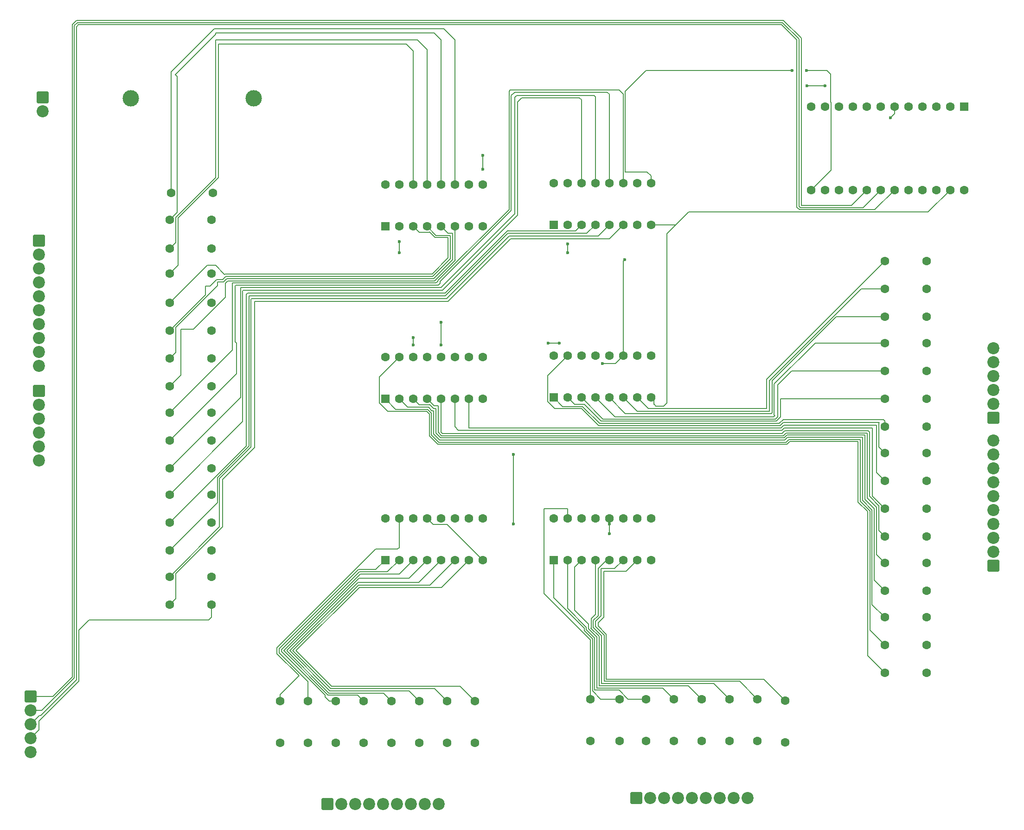
<source format=gbr>
%TF.GenerationSoftware,KiCad,Pcbnew,9.0.3*%
%TF.CreationDate,2025-09-10T19:37:44+02:00*%
%TF.ProjectId,expressionAndButtonsPCB,65787072-6573-4736-996f-6e416e644275,1.0.0*%
%TF.SameCoordinates,Original*%
%TF.FileFunction,Copper,L2,Bot*%
%TF.FilePolarity,Positive*%
%FSLAX46Y46*%
G04 Gerber Fmt 4.6, Leading zero omitted, Abs format (unit mm)*
G04 Created by KiCad (PCBNEW 9.0.3) date 2025-09-10 19:37:44*
%MOMM*%
%LPD*%
G01*
G04 APERTURE LIST*
G04 Aperture macros list*
%AMRoundRect*
0 Rectangle with rounded corners*
0 $1 Rounding radius*
0 $2 $3 $4 $5 $6 $7 $8 $9 X,Y pos of 4 corners*
0 Add a 4 corners polygon primitive as box body*
4,1,4,$2,$3,$4,$5,$6,$7,$8,$9,$2,$3,0*
0 Add four circle primitives for the rounded corners*
1,1,$1+$1,$2,$3*
1,1,$1+$1,$4,$5*
1,1,$1+$1,$6,$7*
1,1,$1+$1,$8,$9*
0 Add four rect primitives between the rounded corners*
20,1,$1+$1,$2,$3,$4,$5,0*
20,1,$1+$1,$4,$5,$6,$7,0*
20,1,$1+$1,$6,$7,$8,$9,0*
20,1,$1+$1,$8,$9,$2,$3,0*%
G04 Aperture macros list end*
%TA.AperFunction,ComponentPad*%
%ADD10C,3.000000*%
%TD*%
%TA.AperFunction,ComponentPad*%
%ADD11C,1.600000*%
%TD*%
%TA.AperFunction,ComponentPad*%
%ADD12RoundRect,0.250000X0.550000X-0.550000X0.550000X0.550000X-0.550000X0.550000X-0.550000X-0.550000X0*%
%TD*%
%TA.AperFunction,ComponentPad*%
%ADD13RoundRect,0.249999X0.850001X-0.850001X0.850001X0.850001X-0.850001X0.850001X-0.850001X-0.850001X0*%
%TD*%
%TA.AperFunction,ComponentPad*%
%ADD14C,2.200000*%
%TD*%
%TA.AperFunction,ComponentPad*%
%ADD15RoundRect,0.249999X-0.850001X-0.850001X0.850001X-0.850001X0.850001X0.850001X-0.850001X0.850001X0*%
%TD*%
%TA.AperFunction,ComponentPad*%
%ADD16R,1.600000X1.600000*%
%TD*%
%TA.AperFunction,ComponentPad*%
%ADD17RoundRect,0.249999X-0.850001X0.850001X-0.850001X-0.850001X0.850001X-0.850001X0.850001X0.850001X0*%
%TD*%
%TA.AperFunction,ViaPad*%
%ADD18C,0.600000*%
%TD*%
%TA.AperFunction,Conductor*%
%ADD19C,0.200000*%
%TD*%
G04 APERTURE END LIST*
D10*
%TO.P,F1,1*%
%TO.N,+5V*%
X56642000Y-41148000D03*
%TO.P,F1,2*%
%TO.N,Net-(Cresc1-VCC)*%
X79142000Y-41148000D03*
%TD*%
D11*
%TO.P,R10,1*%
%TO.N,Net-(IN2-D1)*%
X63754000Y-103632000D03*
%TO.P,R10,2*%
%TO.N,Net-(Cresc1-VCC)*%
X71374000Y-103632000D03*
%TD*%
%TO.P,R24,1*%
%TO.N,Net-(Cresc1-QH)*%
X194310000Y-110998000D03*
%TO.P,R24,2*%
%TO.N,Net-(J3-Pin_8)*%
X201930000Y-110998000D03*
%TD*%
D12*
%TO.P,Cresc2,1,QB*%
%TO.N,Net-(Cresc2-QB)*%
X133858000Y-95758000D03*
D11*
%TO.P,Cresc2,2,QC*%
%TO.N,Net-(Cresc2-QC)*%
X136398000Y-95758000D03*
%TO.P,Cresc2,3,QD*%
%TO.N,Net-(Cresc2-QD)*%
X138938000Y-95758000D03*
%TO.P,Cresc2,4,QE*%
%TO.N,Net-(Cresc2-QE)*%
X141478000Y-95758000D03*
%TO.P,Cresc2,5,QF*%
%TO.N,Net-(Cresc2-QF)*%
X144018000Y-95758000D03*
%TO.P,Cresc2,6,QG*%
%TO.N,Net-(Cresc2-QG)*%
X146558000Y-95758000D03*
%TO.P,Cresc2,7,QH*%
%TO.N,Net-(Cresc2-QH)*%
X149098000Y-95758000D03*
%TO.P,Cresc2,8,GND*%
%TO.N,GND*%
X151638000Y-95758000D03*
%TO.P,Cresc2,9,QH'*%
%TO.N,unconnected-(Cresc2-QH'-Pad9)*%
X151638000Y-88138000D03*
%TO.P,Cresc2,10,~{SRCLR}*%
%TO.N,Net-(Cresc1-VCC)*%
X149098000Y-88138000D03*
%TO.P,Cresc2,11,SRCLK*%
%TO.N,Net-(Cresc1-SRCLK)*%
X146558000Y-88138000D03*
%TO.P,Cresc2,12,RCLK*%
%TO.N,Net-(Cresc1-RCLK)*%
X144018000Y-88138000D03*
%TO.P,Cresc2,13,~{OE}*%
%TO.N,GND*%
X141478000Y-88138000D03*
%TO.P,Cresc2,14,SER*%
%TO.N,Net-(Cresc1-QH')*%
X138938000Y-88138000D03*
%TO.P,Cresc2,15,QA*%
%TO.N,Net-(Cresc2-QA)*%
X136398000Y-88138000D03*
%TO.P,Cresc2,16,VCC*%
%TO.N,Net-(Cresc1-VCC)*%
X133858000Y-88138000D03*
%TD*%
D13*
%TO.P,J7,1,Pin_1*%
%TO.N,Net-(J7-Pin_1)*%
X214175000Y-99525000D03*
D14*
%TO.P,J7,2,Pin_2*%
%TO.N,Net-(J7-Pin_2)*%
X214175000Y-96985000D03*
%TO.P,J7,3,Pin_3*%
%TO.N,Net-(J7-Pin_3)*%
X214175000Y-94445000D03*
%TO.P,J7,4,Pin_4*%
%TO.N,Net-(J7-Pin_4)*%
X214175000Y-91905000D03*
%TO.P,J7,5,Pin_5*%
%TO.N,Net-(J7-Pin_5)*%
X214175000Y-89365000D03*
%TO.P,J7,6,Pin_6*%
%TO.N,Net-(J7-Pin_6)*%
X214175000Y-86825000D03*
%TD*%
D13*
%TO.P,J3,1,Pin_1*%
%TO.N,Net-(J3-Pin_1)*%
X214175000Y-126510000D03*
D14*
%TO.P,J3,2,Pin_2*%
%TO.N,Net-(J3-Pin_2)*%
X214175000Y-123970000D03*
%TO.P,J3,3,Pin_3*%
%TO.N,Net-(J3-Pin_3)*%
X214175000Y-121430000D03*
%TO.P,J3,4,Pin_4*%
%TO.N,Net-(J3-Pin_4)*%
X214175000Y-118890000D03*
%TO.P,J3,5,Pin_5*%
%TO.N,Net-(J3-Pin_5)*%
X214175000Y-116350000D03*
%TO.P,J3,6,Pin_6*%
%TO.N,Net-(J3-Pin_6)*%
X214175000Y-113810000D03*
%TO.P,J3,7,Pin_7*%
%TO.N,Net-(J3-Pin_7)*%
X214175000Y-111270000D03*
%TO.P,J3,8,Pin_8*%
%TO.N,Net-(J3-Pin_8)*%
X214175000Y-108730000D03*
%TO.P,J3,9,Pin_9*%
%TO.N,Net-(J3-Pin_9)*%
X214175000Y-106190000D03*
%TO.P,J3,10,Pin_10*%
%TO.N,Net-(J3-Pin_10)*%
X214175000Y-103650000D03*
%TD*%
D11*
%TO.P,R15,1*%
%TO.N,Net-(IN2-D6)*%
X63754000Y-128524000D03*
%TO.P,R15,2*%
%TO.N,Net-(Cresc1-VCC)*%
X71374000Y-128524000D03*
%TD*%
%TO.P,R44,1*%
%TO.N,Net-(E2-QD)*%
X155820000Y-150865000D03*
%TO.P,R44,2*%
%TO.N,Net-(J5-Pin_4)*%
X155820000Y-158485000D03*
%TD*%
%TO.P,R34,1*%
%TO.N,Net-(E1-QB)*%
X89055000Y-151265000D03*
%TO.P,R34,2*%
%TO.N,Net-(J4-Pin_2)*%
X89055000Y-158885000D03*
%TD*%
D15*
%TO.P,J5,1,Pin_1*%
%TO.N,Net-(J5-Pin_1)*%
X148962000Y-168899000D03*
D14*
%TO.P,J5,2,Pin_2*%
%TO.N,Net-(J5-Pin_2)*%
X151502000Y-168899000D03*
%TO.P,J5,3,Pin_3*%
%TO.N,Net-(J5-Pin_3)*%
X154042000Y-168899000D03*
%TO.P,J5,4,Pin_4*%
%TO.N,Net-(J5-Pin_4)*%
X156582000Y-168899000D03*
%TO.P,J5,5,Pin_5*%
%TO.N,Net-(J5-Pin_5)*%
X159122000Y-168899000D03*
%TO.P,J5,6,Pin_6*%
%TO.N,Net-(J5-Pin_6)*%
X161662000Y-168899000D03*
%TO.P,J5,7,Pin_7*%
%TO.N,Net-(J5-Pin_7)*%
X164202000Y-168899000D03*
%TO.P,J5,8,Pin_8*%
%TO.N,Net-(J5-Pin_8)*%
X166742000Y-168899000D03*
%TO.P,J5,9,Pin_9*%
%TO.N,GND*%
X169282000Y-168899000D03*
%TD*%
D11*
%TO.P,R1,1*%
%TO.N,Net-(IN1-D0)*%
X64008000Y-58420000D03*
%TO.P,R1,2*%
%TO.N,Net-(Cresc1-VCC)*%
X71628000Y-58420000D03*
%TD*%
D15*
%TO.P,J4,1,Pin_1*%
%TO.N,Net-(J4-Pin_1)*%
X92611000Y-170061000D03*
D14*
%TO.P,J4,2,Pin_2*%
%TO.N,Net-(J4-Pin_2)*%
X95151000Y-170061000D03*
%TO.P,J4,3,Pin_3*%
%TO.N,Net-(J4-Pin_3)*%
X97691000Y-170061000D03*
%TO.P,J4,4,Pin_4*%
%TO.N,Net-(J4-Pin_4)*%
X100231000Y-170061000D03*
%TO.P,J4,5,Pin_5*%
%TO.N,Net-(J4-Pin_5)*%
X102771000Y-170061000D03*
%TO.P,J4,6,Pin_6*%
%TO.N,Net-(J4-Pin_6)*%
X105311000Y-170061000D03*
%TO.P,J4,7,Pin_7*%
%TO.N,Net-(J4-Pin_7)*%
X107851000Y-170061000D03*
%TO.P,J4,8,Pin_8*%
%TO.N,Net-(J4-Pin_8)*%
X110391000Y-170061000D03*
%TO.P,J4,9,Pin_9*%
%TO.N,GND*%
X112931000Y-170061000D03*
%TD*%
D11*
%TO.P,R3,1*%
%TO.N,Net-(IN1-D2)*%
X63754000Y-68594000D03*
%TO.P,R3,2*%
%TO.N,Net-(Cresc1-VCC)*%
X71374000Y-68594000D03*
%TD*%
D12*
%TO.P,Cresc1,1,QB*%
%TO.N,Net-(Cresc1-QB)*%
X103124000Y-96007000D03*
D11*
%TO.P,Cresc1,2,QC*%
%TO.N,Net-(Cresc1-QC)*%
X105664000Y-96007000D03*
%TO.P,Cresc1,3,QD*%
%TO.N,Net-(Cresc1-QD)*%
X108204000Y-96007000D03*
%TO.P,Cresc1,4,QE*%
%TO.N,Net-(Cresc1-QE)*%
X110744000Y-96007000D03*
%TO.P,Cresc1,5,QF*%
%TO.N,Net-(Cresc1-QF)*%
X113284000Y-96007000D03*
%TO.P,Cresc1,6,QG*%
%TO.N,Net-(Cresc1-QG)*%
X115824000Y-96007000D03*
%TO.P,Cresc1,7,QH*%
%TO.N,Net-(Cresc1-QH)*%
X118364000Y-96007000D03*
%TO.P,Cresc1,8,GND*%
%TO.N,GND*%
X120904000Y-96007000D03*
%TO.P,Cresc1,9,QH'*%
%TO.N,Net-(Cresc1-QH')*%
X120904000Y-88387000D03*
%TO.P,Cresc1,10,~{SRCLR}*%
%TO.N,Net-(Cresc1-VCC)*%
X118364000Y-88387000D03*
%TO.P,Cresc1,11,SRCLK*%
%TO.N,Net-(Cresc1-SRCLK)*%
X115824000Y-88387000D03*
%TO.P,Cresc1,12,RCLK*%
%TO.N,Net-(Cresc1-RCLK)*%
X113284000Y-88387000D03*
%TO.P,Cresc1,13,~{OE}*%
%TO.N,GND*%
X110744000Y-88387000D03*
%TO.P,Cresc1,14,SER*%
%TO.N,Net-(Cresc1-SER)*%
X108204000Y-88387000D03*
%TO.P,Cresc1,15,QA*%
%TO.N,Net-(Cresc1-QA)*%
X105664000Y-88387000D03*
%TO.P,Cresc1,16,VCC*%
%TO.N,Net-(Cresc1-VCC)*%
X103124000Y-88387000D03*
%TD*%
%TO.P,R40,1*%
%TO.N,Net-(E1-QH)*%
X119535000Y-151265000D03*
%TO.P,R40,2*%
%TO.N,Net-(J4-Pin_8)*%
X119535000Y-158885000D03*
%TD*%
%TO.P,R19,1*%
%TO.N,Net-(Cresc1-QC)*%
X194310000Y-135890000D03*
%TO.P,R19,2*%
%TO.N,Net-(J3-Pin_3)*%
X201930000Y-135890000D03*
%TD*%
%TO.P,R48,1*%
%TO.N,Net-(E2-QH)*%
X176140000Y-151119000D03*
%TO.P,R48,2*%
%TO.N,Net-(J5-Pin_8)*%
X176140000Y-158739000D03*
%TD*%
D16*
%TO.P,U2,1,TX*%
%TO.N,unconnected-(U2-TX-Pad1)*%
X208788000Y-42672000D03*
D11*
%TO.P,U2,2,RX*%
%TO.N,unconnected-(U2-RX-Pad2)*%
X206248000Y-42672000D03*
%TO.P,U2,3,GND*%
%TO.N,unconnected-(U2-GND-Pad3)*%
X203708000Y-42672000D03*
%TO.P,U2,4,GND*%
%TO.N,unconnected-(U2-GND-Pad4)*%
X201168000Y-42672000D03*
%TO.P,U2,5,SDA*%
%TO.N,Net-(E1-RCLK)*%
X198628000Y-42672000D03*
%TO.P,U2,6,SCL*%
%TO.N,Net-(E1-SER)*%
X196088000Y-42672000D03*
%TO.P,U2,7,D4*%
%TO.N,Net-(E1-SRCLK)*%
X193548000Y-42672000D03*
%TO.P,U2,8,C6*%
%TO.N,Net-(E2-RCLK)*%
X191008000Y-42672000D03*
%TO.P,U2,9,D7*%
%TO.N,Net-(E2-SER)*%
X188468000Y-42672000D03*
%TO.P,U2,10,E6*%
%TO.N,Net-(E2-SRCLK)*%
X185928000Y-42672000D03*
%TO.P,U2,11,B4*%
%TO.N,Net-(IN1-CP)*%
X183388000Y-42672000D03*
%TO.P,U2,12,B5*%
%TO.N,Net-(IN1-~{PL})*%
X180848000Y-42672000D03*
%TO.P,U2,13,B6*%
%TO.N,Net-(IN2-Q7)*%
X180848000Y-57912000D03*
%TO.P,U2,14,B2*%
%TO.N,Net-(Cresc1-RCLK)*%
X183388000Y-57912000D03*
%TO.P,U2,15,B3*%
%TO.N,Net-(Cresc1-SRCLK)*%
X185928000Y-57912000D03*
%TO.P,U2,16,B1*%
%TO.N,Net-(Cresc1-SER)*%
X188468000Y-57912000D03*
%TO.P,U2,17,F7*%
%TO.N,Net-(J6-Pin_1)*%
X191008000Y-57912000D03*
%TO.P,U2,18,F6*%
%TO.N,Net-(J6-Pin_2)*%
X193548000Y-57912000D03*
%TO.P,U2,19,F5*%
%TO.N,Net-(J6-Pin_3)*%
X196088000Y-57912000D03*
%TO.P,U2,20,F4*%
%TO.N,unconnected-(U2-F4-Pad20)*%
X198628000Y-57912000D03*
%TO.P,U2,21,VCC*%
%TO.N,unconnected-(U2-VCC-Pad21)*%
X201168000Y-57912000D03*
%TO.P,U2,22,RST*%
%TO.N,unconnected-(U2-RST-Pad22)*%
X203708000Y-57912000D03*
%TO.P,U2,23,GND*%
%TO.N,GND*%
X206248000Y-57912000D03*
%TO.P,U2,24,RAW*%
%TO.N,unconnected-(U2-RAW-Pad24)*%
X208788000Y-57912000D03*
%TD*%
%TO.P,R25,1*%
%TO.N,Net-(Cresc2-QA)*%
X194310000Y-105918000D03*
%TO.P,R25,2*%
%TO.N,Net-(J3-Pin_9)*%
X201930000Y-105918000D03*
%TD*%
%TO.P,R21,1*%
%TO.N,Net-(Cresc1-QE)*%
X194310000Y-125984000D03*
%TO.P,R21,2*%
%TO.N,Net-(J3-Pin_5)*%
X201930000Y-125984000D03*
%TD*%
%TO.P,R35,1*%
%TO.N,Net-(E1-QC)*%
X94135000Y-151265000D03*
%TO.P,R35,2*%
%TO.N,Net-(J4-Pin_3)*%
X94135000Y-158885000D03*
%TD*%
%TO.P,R39,1*%
%TO.N,Net-(E1-QG)*%
X114455000Y-151265000D03*
%TO.P,R39,2*%
%TO.N,Net-(J4-Pin_7)*%
X114455000Y-158885000D03*
%TD*%
%TO.P,R23,1*%
%TO.N,Net-(Cresc1-QG)*%
X194310000Y-116078000D03*
%TO.P,R23,2*%
%TO.N,Net-(J3-Pin_7)*%
X201930000Y-116078000D03*
%TD*%
%TO.P,R32,1*%
%TO.N,Net-(Cresc2-QH)*%
X194310000Y-70866000D03*
%TO.P,R32,2*%
%TO.N,Net-(J7-Pin_6)*%
X201930000Y-70866000D03*
%TD*%
%TO.P,R37,1*%
%TO.N,Net-(E1-QE)*%
X104295000Y-151265000D03*
%TO.P,R37,2*%
%TO.N,Net-(J4-Pin_5)*%
X104295000Y-158885000D03*
%TD*%
D12*
%TO.P,IN1,1,~{PL}*%
%TO.N,Net-(IN1-~{PL})*%
X103124000Y-64516000D03*
D11*
%TO.P,IN1,2,CP*%
%TO.N,Net-(IN1-CP)*%
X105664000Y-64516000D03*
%TO.P,IN1,3,D4*%
%TO.N,Net-(IN1-D4)*%
X108204000Y-64516000D03*
%TO.P,IN1,4,D5*%
%TO.N,Net-(IN1-D5)*%
X110744000Y-64516000D03*
%TO.P,IN1,5,D6*%
%TO.N,Net-(IN1-D6)*%
X113284000Y-64516000D03*
%TO.P,IN1,6,D7*%
%TO.N,Net-(IN1-D7)*%
X115824000Y-64516000D03*
%TO.P,IN1,7,~{Q7}*%
%TO.N,unconnected-(IN1-~{Q7}-Pad7)*%
X118364000Y-64516000D03*
%TO.P,IN1,8,GND*%
%TO.N,GND*%
X120904000Y-64516000D03*
%TO.P,IN1,9,Q7*%
%TO.N,Net-(IN1-Q7)*%
X120904000Y-56896000D03*
%TO.P,IN1,10,DS*%
%TO.N,Net-(Cresc1-VCC)*%
X118364000Y-56896000D03*
%TO.P,IN1,11,D0*%
%TO.N,Net-(IN1-D0)*%
X115824000Y-56896000D03*
%TO.P,IN1,12,D1*%
%TO.N,Net-(IN1-D1)*%
X113284000Y-56896000D03*
%TO.P,IN1,13,D2*%
%TO.N,Net-(IN1-D2)*%
X110744000Y-56896000D03*
%TO.P,IN1,14,D3*%
%TO.N,Net-(IN1-D3)*%
X108204000Y-56896000D03*
%TO.P,IN1,15,~{CE}*%
%TO.N,GND*%
X105664000Y-56896000D03*
%TO.P,IN1,16,VCC*%
%TO.N,Net-(Cresc1-VCC)*%
X103124000Y-56896000D03*
%TD*%
%TO.P,R31,1*%
%TO.N,Net-(Cresc2-QG)*%
X194310000Y-75946000D03*
%TO.P,R31,2*%
%TO.N,Net-(J7-Pin_5)*%
X201930000Y-75946000D03*
%TD*%
%TO.P,R46,1*%
%TO.N,Net-(E2-QF)*%
X165980000Y-150865000D03*
%TO.P,R46,2*%
%TO.N,Net-(J5-Pin_6)*%
X165980000Y-158485000D03*
%TD*%
D17*
%TO.P,J1,1,Pin_1*%
%TO.N,+5V*%
X40557500Y-40980000D03*
D14*
%TO.P,J1,2,Pin_2*%
%TO.N,GND*%
X40557500Y-43520000D03*
%TD*%
D11*
%TO.P,R11,1*%
%TO.N,Net-(IN2-D2)*%
X63754000Y-108712000D03*
%TO.P,R11,2*%
%TO.N,Net-(Cresc1-VCC)*%
X71374000Y-108712000D03*
%TD*%
D12*
%TO.P,IN2,1,~{PL}*%
%TO.N,Net-(IN1-~{PL})*%
X133858000Y-64262000D03*
D11*
%TO.P,IN2,2,CP*%
%TO.N,Net-(IN1-CP)*%
X136398000Y-64262000D03*
%TO.P,IN2,3,D4*%
%TO.N,Net-(IN2-D4)*%
X138938000Y-64262000D03*
%TO.P,IN2,4,D5*%
%TO.N,Net-(IN2-D5)*%
X141478000Y-64262000D03*
%TO.P,IN2,5,D6*%
%TO.N,Net-(IN2-D6)*%
X144018000Y-64262000D03*
%TO.P,IN2,6,D7*%
%TO.N,Net-(IN2-D7)*%
X146558000Y-64262000D03*
%TO.P,IN2,7,~{Q7}*%
%TO.N,unconnected-(IN2-~{Q7}-Pad7)*%
X149098000Y-64262000D03*
%TO.P,IN2,8,GND*%
%TO.N,GND*%
X151638000Y-64262000D03*
%TO.P,IN2,9,Q7*%
%TO.N,Net-(IN2-Q7)*%
X151638000Y-56642000D03*
%TO.P,IN2,10,DS*%
%TO.N,Net-(IN1-Q7)*%
X149098000Y-56642000D03*
%TO.P,IN2,11,D0*%
%TO.N,Net-(IN2-D0)*%
X146558000Y-56642000D03*
%TO.P,IN2,12,D1*%
%TO.N,Net-(IN2-D1)*%
X144018000Y-56642000D03*
%TO.P,IN2,13,D2*%
%TO.N,Net-(IN2-D2)*%
X141478000Y-56642000D03*
%TO.P,IN2,14,D3*%
%TO.N,Net-(IN2-D3)*%
X138938000Y-56642000D03*
%TO.P,IN2,15,~{CE}*%
%TO.N,GND*%
X136398000Y-56642000D03*
%TO.P,IN2,16,VCC*%
%TO.N,Net-(Cresc1-VCC)*%
X133858000Y-56642000D03*
%TD*%
%TO.P,R5,1*%
%TO.N,Net-(IN1-D4)*%
X63754000Y-78486000D03*
%TO.P,R5,2*%
%TO.N,Net-(Cresc1-VCC)*%
X71374000Y-78486000D03*
%TD*%
%TO.P,R42,1*%
%TO.N,Net-(E2-QB)*%
X145914000Y-150865000D03*
%TO.P,R42,2*%
%TO.N,Net-(J5-Pin_2)*%
X145914000Y-158485000D03*
%TD*%
%TO.P,R47,1*%
%TO.N,Net-(E2-QG)*%
X171060000Y-150865000D03*
%TO.P,R47,2*%
%TO.N,Net-(J5-Pin_7)*%
X171060000Y-158485000D03*
%TD*%
%TO.P,R33,1*%
%TO.N,Net-(E1-QA)*%
X83975000Y-151265000D03*
%TO.P,R33,2*%
%TO.N,Net-(J4-Pin_1)*%
X83975000Y-158885000D03*
%TD*%
%TO.P,R18,1*%
%TO.N,Net-(Cresc1-QB)*%
X194310000Y-140970000D03*
%TO.P,R18,2*%
%TO.N,Net-(J3-Pin_2)*%
X201930000Y-140970000D03*
%TD*%
%TO.P,R16,1*%
%TO.N,Net-(IN2-D7)*%
X63754000Y-133604000D03*
%TO.P,R16,2*%
%TO.N,Net-(Cresc1-VCC)*%
X71374000Y-133604000D03*
%TD*%
%TO.P,R6,1*%
%TO.N,Net-(IN1-D5)*%
X63754000Y-83566000D03*
%TO.P,R6,2*%
%TO.N,Net-(Cresc1-VCC)*%
X71374000Y-83566000D03*
%TD*%
%TO.P,R7,1*%
%TO.N,Net-(IN1-D6)*%
X63754000Y-88646000D03*
%TO.P,R7,2*%
%TO.N,Net-(Cresc1-VCC)*%
X71374000Y-88646000D03*
%TD*%
%TO.P,R26,1*%
%TO.N,Net-(Cresc2-QB)*%
X194310000Y-101092000D03*
%TO.P,R26,2*%
%TO.N,Net-(J3-Pin_10)*%
X201930000Y-101092000D03*
%TD*%
%TO.P,R30,1*%
%TO.N,Net-(Cresc2-QF)*%
X194310000Y-81026000D03*
%TO.P,R30,2*%
%TO.N,Net-(J7-Pin_4)*%
X201930000Y-81026000D03*
%TD*%
%TO.P,R12,1*%
%TO.N,Net-(IN2-D3)*%
X63754000Y-113538000D03*
%TO.P,R12,2*%
%TO.N,Net-(Cresc1-VCC)*%
X71374000Y-113538000D03*
%TD*%
%TO.P,R41,1*%
%TO.N,Net-(E2-QA)*%
X140580000Y-150865000D03*
%TO.P,R41,2*%
%TO.N,Net-(J5-Pin_1)*%
X140580000Y-158485000D03*
%TD*%
%TO.P,R9,1*%
%TO.N,Net-(IN2-D0)*%
X63754000Y-98552000D03*
%TO.P,R9,2*%
%TO.N,Net-(Cresc1-VCC)*%
X71374000Y-98552000D03*
%TD*%
%TO.P,R13,1*%
%TO.N,Net-(IN2-D4)*%
X63754000Y-118618000D03*
%TO.P,R13,2*%
%TO.N,Net-(Cresc1-VCC)*%
X71374000Y-118618000D03*
%TD*%
D12*
%TO.P,E1,1,QB*%
%TO.N,Net-(E1-QB)*%
X103124000Y-125476000D03*
D11*
%TO.P,E1,2,QC*%
%TO.N,Net-(E1-QC)*%
X105664000Y-125476000D03*
%TO.P,E1,3,QD*%
%TO.N,Net-(E1-QD)*%
X108204000Y-125476000D03*
%TO.P,E1,4,QE*%
%TO.N,Net-(E1-QE)*%
X110744000Y-125476000D03*
%TO.P,E1,5,QF*%
%TO.N,Net-(E1-QF)*%
X113284000Y-125476000D03*
%TO.P,E1,6,QG*%
%TO.N,Net-(E1-QG)*%
X115824000Y-125476000D03*
%TO.P,E1,7,QH*%
%TO.N,Net-(E1-QH)*%
X118364000Y-125476000D03*
%TO.P,E1,8,GND*%
%TO.N,GND*%
X120904000Y-125476000D03*
%TO.P,E1,9,QH'*%
%TO.N,unconnected-(E1-QH'-Pad9)*%
X120904000Y-117856000D03*
%TO.P,E1,10,~{SRCLR}*%
%TO.N,Net-(Cresc1-VCC)*%
X118364000Y-117856000D03*
%TO.P,E1,11,SRCLK*%
%TO.N,Net-(E1-SRCLK)*%
X115824000Y-117856000D03*
%TO.P,E1,12,RCLK*%
%TO.N,Net-(E1-RCLK)*%
X113284000Y-117856000D03*
%TO.P,E1,13,~{OE}*%
%TO.N,GND*%
X110744000Y-117856000D03*
%TO.P,E1,14,SER*%
%TO.N,Net-(E1-SER)*%
X108204000Y-117856000D03*
%TO.P,E1,15,QA*%
%TO.N,Net-(E1-QA)*%
X105664000Y-117856000D03*
%TO.P,E1,16,VCC*%
%TO.N,Net-(Cresc1-VCC)*%
X103124000Y-117856000D03*
%TD*%
%TO.P,R22,1*%
%TO.N,Net-(Cresc1-QF)*%
X194310000Y-121158000D03*
%TO.P,R22,2*%
%TO.N,Net-(J3-Pin_6)*%
X201930000Y-121158000D03*
%TD*%
%TO.P,R17,1*%
%TO.N,Net-(Cresc1-QA)*%
X194310000Y-146050000D03*
%TO.P,R17,2*%
%TO.N,Net-(J3-Pin_1)*%
X201930000Y-146050000D03*
%TD*%
%TO.P,R14,1*%
%TO.N,Net-(IN2-D5)*%
X63754000Y-123698000D03*
%TO.P,R14,2*%
%TO.N,Net-(Cresc1-VCC)*%
X71374000Y-123698000D03*
%TD*%
%TO.P,R36,1*%
%TO.N,Net-(E1-QD)*%
X99215000Y-151265000D03*
%TO.P,R36,2*%
%TO.N,Net-(J4-Pin_4)*%
X99215000Y-158885000D03*
%TD*%
%TO.P,R38,1*%
%TO.N,Net-(E1-QF)*%
X109375000Y-151265000D03*
%TO.P,R38,2*%
%TO.N,Net-(J4-Pin_6)*%
X109375000Y-158885000D03*
%TD*%
%TO.P,R29,1*%
%TO.N,Net-(Cresc2-QE)*%
X194310000Y-85852000D03*
%TO.P,R29,2*%
%TO.N,Net-(J7-Pin_3)*%
X201930000Y-85852000D03*
%TD*%
%TO.P,R8,1*%
%TO.N,Net-(IN1-D7)*%
X63754000Y-93726000D03*
%TO.P,R8,2*%
%TO.N,Net-(Cresc1-VCC)*%
X71374000Y-93726000D03*
%TD*%
%TO.P,R27,1*%
%TO.N,Net-(Cresc2-QC)*%
X194310000Y-96012000D03*
%TO.P,R27,2*%
%TO.N,Net-(J7-Pin_1)*%
X201930000Y-96012000D03*
%TD*%
%TO.P,R28,1*%
%TO.N,Net-(Cresc2-QD)*%
X194310000Y-90932000D03*
%TO.P,R28,2*%
%TO.N,Net-(J7-Pin_2)*%
X201930000Y-90932000D03*
%TD*%
D17*
%TO.P,J6,1,Pin_1*%
%TO.N,Net-(J6-Pin_1)*%
X38354000Y-150368000D03*
D14*
%TO.P,J6,2,Pin_2*%
%TO.N,Net-(J6-Pin_2)*%
X38354000Y-152908000D03*
%TO.P,J6,3,Pin_3*%
%TO.N,Net-(J6-Pin_3)*%
X38354000Y-155448000D03*
%TO.P,J6,4,Pin_4*%
%TO.N,Net-(Cresc1-VCC)*%
X38354000Y-157988000D03*
%TO.P,J6,5,Pin_5*%
%TO.N,GND*%
X38354000Y-160528000D03*
%TD*%
D12*
%TO.P,E2,1,QB*%
%TO.N,Net-(E2-QB)*%
X133858000Y-125476000D03*
D11*
%TO.P,E2,2,QC*%
%TO.N,Net-(E2-QC)*%
X136398000Y-125476000D03*
%TO.P,E2,3,QD*%
%TO.N,Net-(E2-QD)*%
X138938000Y-125476000D03*
%TO.P,E2,4,QE*%
%TO.N,Net-(E2-QE)*%
X141478000Y-125476000D03*
%TO.P,E2,5,QF*%
%TO.N,Net-(E2-QF)*%
X144018000Y-125476000D03*
%TO.P,E2,6,QG*%
%TO.N,Net-(E2-QG)*%
X146558000Y-125476000D03*
%TO.P,E2,7,QH*%
%TO.N,Net-(E2-QH)*%
X149098000Y-125476000D03*
%TO.P,E2,8,GND*%
%TO.N,GND*%
X151638000Y-125476000D03*
%TO.P,E2,9,QH'*%
%TO.N,unconnected-(E2-QH'-Pad9)*%
X151638000Y-117856000D03*
%TO.P,E2,10,~{SRCLR}*%
%TO.N,Net-(Cresc1-VCC)*%
X149098000Y-117856000D03*
%TO.P,E2,11,SRCLK*%
%TO.N,Net-(E2-SRCLK)*%
X146558000Y-117856000D03*
%TO.P,E2,12,RCLK*%
%TO.N,Net-(E2-RCLK)*%
X144018000Y-117856000D03*
%TO.P,E2,13,~{OE}*%
%TO.N,GND*%
X141478000Y-117856000D03*
%TO.P,E2,14,SER*%
%TO.N,Net-(E2-SER)*%
X138938000Y-117856000D03*
%TO.P,E2,15,QA*%
%TO.N,Net-(E2-QA)*%
X136398000Y-117856000D03*
%TO.P,E2,16,VCC*%
%TO.N,Net-(Cresc1-VCC)*%
X133858000Y-117856000D03*
%TD*%
%TO.P,R45,1*%
%TO.N,Net-(E2-QE)*%
X160900000Y-150865000D03*
%TO.P,R45,2*%
%TO.N,Net-(J5-Pin_5)*%
X160900000Y-158485000D03*
%TD*%
D17*
%TO.P,J2,1,Pin_1*%
%TO.N,Net-(IN2-D2)*%
X39875000Y-94600000D03*
D14*
%TO.P,J2,2,Pin_2*%
%TO.N,Net-(IN2-D3)*%
X39875000Y-97140000D03*
%TO.P,J2,3,Pin_3*%
%TO.N,Net-(IN2-D4)*%
X39875000Y-99680000D03*
%TO.P,J2,4,Pin_4*%
%TO.N,Net-(IN2-D5)*%
X39875000Y-102220000D03*
%TO.P,J2,5,Pin_5*%
%TO.N,Net-(IN2-D6)*%
X39875000Y-104760000D03*
%TO.P,J2,6,Pin_6*%
%TO.N,Net-(IN2-D7)*%
X39875000Y-107300000D03*
%TD*%
D11*
%TO.P,R2,1*%
%TO.N,Net-(IN1-D1)*%
X63754000Y-63344000D03*
%TO.P,R2,2*%
%TO.N,Net-(Cresc1-VCC)*%
X71374000Y-63344000D03*
%TD*%
%TO.P,R43,1*%
%TO.N,Net-(E2-QC)*%
X150740000Y-150865000D03*
%TO.P,R43,2*%
%TO.N,Net-(J5-Pin_3)*%
X150740000Y-158485000D03*
%TD*%
%TO.P,R20,1*%
%TO.N,Net-(Cresc1-QD)*%
X194310000Y-131064000D03*
%TO.P,R20,2*%
%TO.N,Net-(J3-Pin_4)*%
X201930000Y-131064000D03*
%TD*%
D17*
%TO.P,J9,1,Pin_1*%
%TO.N,Net-(IN1-D0)*%
X39900000Y-67145000D03*
D14*
%TO.P,J9,2,Pin_2*%
%TO.N,Net-(IN1-D1)*%
X39900000Y-69685000D03*
%TO.P,J9,3,Pin_3*%
%TO.N,Net-(IN1-D2)*%
X39900000Y-72225000D03*
%TO.P,J9,4,Pin_4*%
%TO.N,Net-(IN1-D3)*%
X39900000Y-74765000D03*
%TO.P,J9,5,Pin_5*%
%TO.N,Net-(IN1-D4)*%
X39900000Y-77305000D03*
%TO.P,J9,6,Pin_6*%
%TO.N,Net-(IN1-D5)*%
X39900000Y-79845000D03*
%TO.P,J9,7,Pin_7*%
%TO.N,Net-(IN1-D6)*%
X39900000Y-82385000D03*
%TO.P,J9,8,Pin_8*%
%TO.N,Net-(IN1-D7)*%
X39900000Y-84925000D03*
%TO.P,J9,9,Pin_9*%
%TO.N,Net-(IN2-D0)*%
X39900000Y-87465000D03*
%TO.P,J9,10,Pin_10*%
%TO.N,Net-(IN2-D1)*%
X39900000Y-90005000D03*
%TD*%
D11*
%TO.P,R4,1*%
%TO.N,Net-(IN1-D3)*%
X63754000Y-73194000D03*
%TO.P,R4,2*%
%TO.N,Net-(Cresc1-VCC)*%
X71374000Y-73194000D03*
%TD*%
D18*
%TO.N,Net-(Cresc1-SER)*%
X108204000Y-84836000D03*
X108204000Y-86198000D03*
%TO.N,Net-(Cresc1-SRCLK)*%
X146812000Y-70612000D03*
X142748000Y-89570000D03*
%TO.N,Net-(Cresc1-RCLK)*%
X113284000Y-82042000D03*
X113284000Y-86198000D03*
%TO.N,Net-(Cresc1-QH')*%
X134874000Y-85852000D03*
X132842000Y-85852000D03*
%TO.N,GND*%
X126492000Y-118872000D03*
X126492000Y-106172000D03*
%TO.N,Net-(IN1-CP)*%
X136398000Y-69342000D03*
X183388000Y-38862000D03*
X105664000Y-69342000D03*
X136398000Y-67726000D03*
X180086000Y-38862000D03*
X105664000Y-67310000D03*
%TO.N,Net-(IN2-Q7)*%
X180075000Y-36050000D03*
X177425000Y-36075000D03*
%TO.N,Net-(E2-RCLK)*%
X144018000Y-118872000D03*
X144018000Y-120650000D03*
%TO.N,Net-(E1-SER)*%
X195326000Y-44704000D03*
%TO.N,Net-(IN1-Q7)*%
X120904000Y-51562000D03*
X120904000Y-54102000D03*
%TD*%
D19*
%TO.N,Net-(Cresc1-SER)*%
X108204000Y-86198000D02*
X108204000Y-84836000D01*
%TO.N,Net-(Cresc1-VCC)*%
X39878000Y-154873000D02*
X39878000Y-156464000D01*
X71374000Y-133604000D02*
X71374000Y-135890000D01*
X71374000Y-135890000D02*
X70866000Y-136398000D01*
X47177000Y-147574000D02*
X39878000Y-154873000D01*
X49022000Y-136398000D02*
X47177000Y-138243000D01*
X70866000Y-136398000D02*
X49022000Y-136398000D01*
X47177000Y-138243000D02*
X47177000Y-147574000D01*
X39878000Y-156464000D02*
X38354000Y-157988000D01*
%TO.N,Net-(Cresc1-SRCLK)*%
X145126000Y-89570000D02*
X146558000Y-88138000D01*
X146812000Y-70612000D02*
X146558000Y-70866000D01*
X146558000Y-70866000D02*
X146558000Y-88138000D01*
X142748000Y-89570000D02*
X145126000Y-89570000D01*
%TO.N,Net-(Cresc1-RCLK)*%
X113284000Y-86198000D02*
X113284000Y-82042000D01*
%TO.N,Net-(Cresc1-QD)*%
X111200050Y-97108000D02*
X111238975Y-97069075D01*
X192407000Y-129161000D02*
X194310000Y-131064000D01*
X176442100Y-102656000D02*
X190704450Y-102656000D01*
X190704450Y-102656000D02*
X190704450Y-114375450D01*
X112375000Y-97790000D02*
X112375000Y-102333200D01*
X175934100Y-103164000D02*
X176442100Y-102656000D01*
X109305000Y-97108000D02*
X111200050Y-97108000D01*
X111959900Y-97790000D02*
X112375000Y-97790000D01*
X190704450Y-114375450D02*
X192407000Y-116078000D01*
X192407000Y-116078000D02*
X192407000Y-129161000D01*
X108204000Y-96007000D02*
X109305000Y-97108000D01*
X112375000Y-102333200D02*
X113205800Y-103164000D01*
X111238975Y-97069075D02*
X111959900Y-97790000D01*
X113205800Y-103164000D02*
X175934100Y-103164000D01*
%TO.N,Net-(Cresc1-QC)*%
X194310000Y-135890000D02*
X192006000Y-133586000D01*
X110998000Y-97536000D02*
X107193000Y-97536000D01*
X107193000Y-97536000D02*
X105664000Y-96007000D01*
X111653000Y-98191000D02*
X110998000Y-97536000D01*
X190179000Y-103057000D02*
X176608200Y-103057000D01*
X192006000Y-133586000D02*
X192006000Y-116314000D01*
X192006000Y-116314000D02*
X190246000Y-114554000D01*
X111974000Y-98191000D02*
X111653000Y-98191000D01*
X190246000Y-103124000D02*
X190179000Y-103057000D01*
X111974000Y-102499300D02*
X111974000Y-98191000D01*
X190246000Y-114554000D02*
X190246000Y-103124000D01*
X176100200Y-103565000D02*
X113039700Y-103565000D01*
X113039700Y-103565000D02*
X111974000Y-102499300D01*
X176608200Y-103057000D02*
X176100200Y-103565000D01*
%TO.N,Net-(Cresc1-QH')*%
X132842000Y-85852000D02*
X134874000Y-85852000D01*
%TO.N,Net-(Cresc1-QE)*%
X112776000Y-102167100D02*
X113371900Y-102763000D01*
X175768000Y-102763000D02*
X176276000Y-102255000D01*
X110744000Y-96007000D02*
X112019000Y-97282000D01*
X112776000Y-97282000D02*
X112776000Y-102167100D01*
X192808000Y-115824000D02*
X192808000Y-124482000D01*
X191105450Y-102264550D02*
X191105450Y-114121450D01*
X192808000Y-124482000D02*
X194310000Y-125984000D01*
X191105450Y-114121450D02*
X192808000Y-115824000D01*
X112019000Y-97282000D02*
X112776000Y-97282000D01*
X191095900Y-102255000D02*
X191105450Y-102264550D01*
X113371900Y-102763000D02*
X175768000Y-102763000D01*
X176276000Y-102255000D02*
X191095900Y-102255000D01*
%TO.N,Net-(Cresc1-QF)*%
X191516000Y-113851100D02*
X193247925Y-115583025D01*
X176022000Y-101854000D02*
X191262000Y-101854000D01*
X113284000Y-96007000D02*
X113284000Y-102108000D01*
X113538000Y-102362000D02*
X175514000Y-102362000D01*
X191516000Y-102108000D02*
X191516000Y-113851100D01*
X191262000Y-101854000D02*
X191516000Y-102108000D01*
X175514000Y-102362000D02*
X176022000Y-101854000D01*
X193209000Y-120057000D02*
X194310000Y-121158000D01*
X113284000Y-102108000D02*
X113538000Y-102362000D01*
X193247925Y-115583025D02*
X193209000Y-115621950D01*
X193209000Y-115621950D02*
X193209000Y-120057000D01*
%TO.N,Net-(Cresc1-QG)*%
X175945300Y-101346000D02*
X175544300Y-101747000D01*
X192024000Y-101346000D02*
X175945300Y-101346000D01*
X194310000Y-116078000D02*
X192024000Y-113792000D01*
X115824000Y-101092000D02*
X115824000Y-96007000D01*
X175544300Y-101747000D02*
X116479000Y-101747000D01*
X116479000Y-101747000D02*
X115824000Y-101092000D01*
X192024000Y-113792000D02*
X192024000Y-101346000D01*
%TO.N,Net-(Cresc1-QB)*%
X189845000Y-103458000D02*
X189845000Y-114720100D01*
X111486900Y-98592000D02*
X111573000Y-98592000D01*
X191605000Y-138265000D02*
X194310000Y-140970000D01*
X111573000Y-102665400D02*
X112873600Y-103966000D01*
X110831900Y-97937000D02*
X111486900Y-98592000D01*
X189845000Y-114720100D02*
X191605000Y-116480100D01*
X111573000Y-98592000D02*
X111573000Y-102665400D01*
X112873600Y-103966000D02*
X176276000Y-103966000D01*
X105054000Y-97937000D02*
X110831900Y-97937000D01*
X103124000Y-96007000D02*
X105054000Y-97937000D01*
X176784000Y-103458000D02*
X189845000Y-103458000D01*
X191605000Y-116480100D02*
X191605000Y-138265000D01*
X176276000Y-103966000D02*
X176784000Y-103458000D01*
%TO.N,Net-(Cresc1-QA)*%
X176950100Y-103859000D02*
X176442100Y-104367000D01*
X102023000Y-92028000D02*
X105664000Y-88387000D01*
X111172000Y-102831500D02*
X111172000Y-98844200D01*
X110665800Y-98338000D02*
X103568840Y-98338000D01*
X194310000Y-146050000D02*
X191204000Y-142944000D01*
X112707500Y-104367000D02*
X111172000Y-102831500D01*
X189417000Y-103859000D02*
X176950100Y-103859000D01*
X191204000Y-116646200D02*
X189444000Y-114886200D01*
X102023000Y-96792160D02*
X102023000Y-92028000D01*
X103568840Y-98338000D02*
X102023000Y-96792160D01*
X189444000Y-103886000D02*
X189417000Y-103859000D01*
X189444000Y-114886200D02*
X189444000Y-103886000D01*
X176442100Y-104367000D02*
X112707500Y-104367000D01*
X191204000Y-142944000D02*
X191204000Y-116646200D01*
X111172000Y-98844200D02*
X110665800Y-98338000D01*
%TO.N,GND*%
X111845000Y-118957000D02*
X114385000Y-118957000D01*
X158525000Y-61925000D02*
X156188000Y-64262000D01*
X153925000Y-97389000D02*
X152550000Y-97389000D01*
X154561000Y-65889000D02*
X154561000Y-96753000D01*
X152225000Y-96345000D02*
X151638000Y-95758000D01*
X154561000Y-96753000D02*
X153925000Y-97389000D01*
X126492000Y-118872000D02*
X126492000Y-106172000D01*
X152225000Y-97075000D02*
X152225000Y-96345000D01*
X202235000Y-61925000D02*
X158525000Y-61925000D01*
X156188000Y-64262000D02*
X154561000Y-65889000D01*
X152225000Y-97075000D02*
X152236000Y-97075000D01*
X206248000Y-57912000D02*
X202235000Y-61925000D01*
X152236000Y-97075000D02*
X152550000Y-97389000D01*
X110744000Y-117856000D02*
X111845000Y-118957000D01*
X114385000Y-118957000D02*
X120904000Y-125476000D01*
X156188000Y-64262000D02*
X151638000Y-64262000D01*
%TO.N,Net-(Cresc1-QH)*%
X192786000Y-100838000D02*
X175886200Y-100838000D01*
X194310000Y-110998000D02*
X192786000Y-109474000D01*
X175886200Y-100838000D02*
X175378200Y-101346000D01*
X192786000Y-109474000D02*
X192786000Y-100838000D01*
X118364000Y-101346000D02*
X118364000Y-96007000D01*
X175378200Y-101346000D02*
X118364000Y-101346000D01*
%TO.N,Net-(Cresc2-QH)*%
X151130000Y-97790000D02*
X149098000Y-95758000D01*
X194310000Y-70866000D02*
X172720000Y-92456000D01*
X172720000Y-92456000D02*
X172720000Y-97790000D01*
X172720000Y-97790000D02*
X151130000Y-97790000D01*
%TO.N,Net-(Cresc2-QB)*%
X142250450Y-100517000D02*
X175073000Y-100517000D01*
X135529000Y-97429000D02*
X139162450Y-97429000D01*
X194310000Y-100076000D02*
X194310000Y-101092000D01*
X139162450Y-97429000D02*
X142250450Y-100517000D01*
X194056000Y-99822000D02*
X194310000Y-100076000D01*
X175073000Y-100517000D02*
X175768000Y-99822000D01*
X133858000Y-95758000D02*
X135529000Y-97429000D01*
X175768000Y-99822000D02*
X194056000Y-99822000D01*
%TO.N,Net-(Cresc2-QA)*%
X175827100Y-100330000D02*
X175239100Y-100918000D01*
X132757000Y-91779000D02*
X136398000Y-88138000D01*
X193209000Y-100415000D02*
X193294000Y-100330000D01*
X194310000Y-105918000D02*
X193209000Y-104817000D01*
X193209000Y-104817000D02*
X193209000Y-100415000D01*
X175239100Y-100918000D02*
X142084350Y-100918000D01*
X142084350Y-100918000D02*
X138996350Y-97830000D01*
X134043840Y-97830000D02*
X132757000Y-96543160D01*
X132757000Y-96543160D02*
X132757000Y-91779000D01*
X193294000Y-100330000D02*
X175827100Y-100330000D01*
X138996350Y-97830000D02*
X134043840Y-97830000D01*
%TO.N,Net-(Cresc2-QG)*%
X149098000Y-98298000D02*
X146558000Y-95758000D01*
X173228000Y-98298000D02*
X149098000Y-98298000D01*
X189992000Y-75946000D02*
X173228000Y-92710000D01*
X194310000Y-75946000D02*
X189992000Y-75946000D01*
X173228000Y-92710000D02*
X173228000Y-98298000D01*
%TO.N,Net-(Cresc2-QC)*%
X175260000Y-96012000D02*
X194310000Y-96012000D01*
X136398000Y-95758000D02*
X137668000Y-97028000D01*
X174517100Y-100116000D02*
X175260000Y-99373100D01*
X175260000Y-99373100D02*
X175260000Y-96012000D01*
X142534000Y-100116000D02*
X174517100Y-100116000D01*
X137668000Y-97028000D02*
X139446000Y-97028000D01*
X139446000Y-97028000D02*
X142534000Y-100116000D01*
%TO.N,Net-(Cresc2-QD)*%
X174752000Y-99314000D02*
X174752000Y-93472000D01*
X177292000Y-90932000D02*
X194310000Y-90932000D01*
X142895000Y-99715000D02*
X174351000Y-99715000D01*
X174351000Y-99715000D02*
X174752000Y-99314000D01*
X138938000Y-95758000D02*
X142895000Y-99715000D01*
X174752000Y-93472000D02*
X177292000Y-90932000D01*
%TO.N,Net-(Cresc2-QF)*%
X173589000Y-98699000D02*
X173736000Y-98552000D01*
X173736000Y-98552000D02*
X173736000Y-92769100D01*
X146959000Y-98699000D02*
X173589000Y-98699000D01*
X144018000Y-95758000D02*
X146959000Y-98699000D01*
X185479100Y-81026000D02*
X194310000Y-81026000D01*
X173736000Y-92769100D02*
X185479100Y-81026000D01*
%TO.N,Net-(Cresc2-QE)*%
X194310000Y-85852000D02*
X181610000Y-85852000D01*
X174137000Y-98953000D02*
X174244000Y-99060000D01*
X181610000Y-85852000D02*
X174137000Y-93325000D01*
X173990000Y-99314000D02*
X145034000Y-99314000D01*
X174137000Y-93325000D02*
X174137000Y-98953000D01*
X145034000Y-99314000D02*
X141478000Y-95758000D01*
X174244000Y-99060000D02*
X173990000Y-99314000D01*
%TO.N,Net-(IN1-D0)*%
X64008000Y-36322000D02*
X71882000Y-28448000D01*
X113792000Y-28448000D02*
X115824000Y-30480000D01*
X115824000Y-30480000D02*
X115824000Y-56896000D01*
X64008000Y-58420000D02*
X64008000Y-36322000D01*
X71882000Y-28448000D02*
X113792000Y-28448000D01*
%TO.N,Net-(IN1-CP)*%
X136398000Y-69342000D02*
X136398000Y-67726000D01*
X180086000Y-38862000D02*
X183388000Y-38862000D01*
X105664000Y-67310000D02*
X105664000Y-69342000D01*
%TO.N,Net-(IN1-D7)*%
X74355000Y-74489000D02*
X112141900Y-74489000D01*
X63754000Y-93726000D02*
X65786000Y-91694000D01*
X73914000Y-74930000D02*
X74355000Y-74489000D01*
X115824000Y-70612000D02*
X115824000Y-64516000D01*
X112141900Y-74489000D02*
X115921450Y-70709450D01*
X73914000Y-77503050D02*
X73914000Y-74930000D01*
X68105050Y-83312000D02*
X73914000Y-77503050D01*
X65786000Y-91694000D02*
X65786000Y-83312000D01*
X65786000Y-83312000D02*
X68105050Y-83312000D01*
X115921450Y-70709450D02*
X115824000Y-70612000D01*
%TO.N,Net-(IN1-D5)*%
X71145900Y-75438000D02*
X72308900Y-74275000D01*
X115022000Y-66187000D02*
X112415000Y-66187000D01*
X115022000Y-70474700D02*
X115022000Y-66187000D01*
X74021000Y-73660000D02*
X111836700Y-73660000D01*
X111836700Y-73660000D02*
X115022000Y-70474700D01*
X70273000Y-75438000D02*
X71145900Y-75438000D01*
X70273000Y-77047000D02*
X70273000Y-75438000D01*
X63754000Y-83566000D02*
X70273000Y-77047000D01*
X112415000Y-66187000D02*
X110744000Y-64516000D01*
X73406000Y-74275000D02*
X74021000Y-73660000D01*
X72308900Y-74275000D02*
X73406000Y-74275000D01*
%TO.N,Net-(IN1-D6)*%
X73600900Y-74676000D02*
X74188900Y-74088000D01*
X63754000Y-88646000D02*
X64855000Y-87545000D01*
X115423000Y-70640800D02*
X115423000Y-65786000D01*
X74188900Y-74088000D02*
X111975800Y-74088000D01*
X111975800Y-74088000D02*
X115423000Y-70640800D01*
X64855000Y-83032100D02*
X72475000Y-75412100D01*
X72475000Y-74676000D02*
X73600900Y-74676000D01*
X115423000Y-65786000D02*
X114554000Y-65786000D01*
X114554000Y-65786000D02*
X113284000Y-64516000D01*
X72475000Y-75412100D02*
X72475000Y-74676000D01*
X64855000Y-87545000D02*
X64855000Y-83032100D01*
%TO.N,Net-(IN1-D2)*%
X63754000Y-68594000D02*
X64855000Y-67493000D01*
X64855000Y-67493000D02*
X64855000Y-62887950D01*
X64855000Y-62887950D02*
X72136000Y-55606950D01*
X72136000Y-30480000D02*
X108966000Y-30480000D01*
X72136000Y-55606950D02*
X72136000Y-30480000D01*
X108966000Y-30480000D02*
X110744000Y-32258000D01*
X110744000Y-32258000D02*
X110744000Y-56896000D01*
%TO.N,Net-(IN1-D3)*%
X65278000Y-71670000D02*
X65278000Y-63032050D01*
X108204000Y-32512000D02*
X108204000Y-56896000D01*
X65278000Y-63032050D02*
X72644000Y-55666050D01*
X106934000Y-31242000D02*
X108204000Y-32512000D01*
X63754000Y-73194000D02*
X65278000Y-71670000D01*
X72644000Y-55666050D02*
X72644000Y-31242000D01*
X72644000Y-31242000D02*
X106934000Y-31242000D01*
%TO.N,Net-(IN1-D4)*%
X111200050Y-65617000D02*
X109305000Y-65617000D01*
X73854900Y-73259000D02*
X111670600Y-73259000D01*
X73810950Y-73302950D02*
X73854900Y-73259000D01*
X63754000Y-78486000D02*
X70612000Y-71628000D01*
X70612000Y-71628000D02*
X72136000Y-71628000D01*
X109305000Y-65617000D02*
X108204000Y-64516000D01*
X112248900Y-66588000D02*
X111238975Y-65578075D01*
X114621000Y-70308600D02*
X114621000Y-66588000D01*
X72136000Y-71628000D02*
X73810950Y-73302950D01*
X111238975Y-65578075D02*
X111200050Y-65617000D01*
X114621000Y-66588000D02*
X112248900Y-66588000D01*
X111670600Y-73259000D02*
X114621000Y-70308600D01*
%TO.N,Net-(IN1-D1)*%
X63754000Y-63344000D02*
X65109000Y-61989000D01*
X64770000Y-36830000D02*
X72136000Y-29464000D01*
X65109000Y-37169000D02*
X64770000Y-36830000D01*
X72136000Y-29464000D02*
X72136000Y-29210000D01*
X72136000Y-29210000D02*
X112014000Y-29210000D01*
X65109000Y-61989000D02*
X65109000Y-37169000D01*
X113284000Y-30480000D02*
X113284000Y-56896000D01*
X112014000Y-29210000D02*
X113284000Y-30480000D01*
%TO.N,Net-(IN2-D0)*%
X112731550Y-74583450D02*
X112731550Y-74466450D01*
X75184000Y-74930000D02*
X75224000Y-74890000D01*
X112731550Y-74466450D02*
X125730000Y-61468000D01*
X75184000Y-87122000D02*
X75184000Y-74930000D01*
X125730000Y-61468000D02*
X125730000Y-39858900D01*
X63754000Y-98552000D02*
X75184000Y-87122000D01*
X146558000Y-40386000D02*
X146558000Y-56642000D01*
X112425000Y-74890000D02*
X112731550Y-74583450D01*
X125730000Y-39858900D02*
X125964900Y-39624000D01*
X75224000Y-74890000D02*
X112425000Y-74890000D01*
X145796000Y-39624000D02*
X146558000Y-40386000D01*
X125964900Y-39624000D02*
X145796000Y-39624000D01*
%TO.N,Net-(IN2-D3)*%
X77109000Y-76307000D02*
X77216000Y-76200000D01*
X128016000Y-41041000D02*
X138577000Y-41041000D01*
X138577000Y-41041000D02*
X138938000Y-41402000D01*
X77109000Y-100183000D02*
X77109000Y-76307000D01*
X138938000Y-41402000D02*
X138938000Y-56642000D01*
X113538000Y-76200000D02*
X127254000Y-62484000D01*
X77216000Y-76200000D02*
X113538000Y-76200000D01*
X127254000Y-62484000D02*
X127254000Y-41803000D01*
X127254000Y-41803000D02*
X128016000Y-41041000D01*
X63754000Y-113538000D02*
X77109000Y-100183000D01*
%TO.N,Net-(IN2-D6)*%
X78633000Y-77831000D02*
X78740000Y-77724000D01*
X63754000Y-128524000D02*
X72876000Y-119402000D01*
X125730000Y-66294000D02*
X141986000Y-66294000D01*
X72876000Y-110630200D02*
X78633000Y-104873200D01*
X114300000Y-77724000D02*
X125730000Y-66294000D01*
X78740000Y-77724000D02*
X114300000Y-77724000D01*
X141986000Y-66294000D02*
X144018000Y-64262000D01*
X78633000Y-104873200D02*
X78633000Y-77831000D01*
X72876000Y-119402000D02*
X72876000Y-110630200D01*
%TO.N,Net-(IN2-D1)*%
X75946000Y-85852000D02*
X75692000Y-85598000D01*
X63754000Y-103632000D02*
X75946000Y-91440000D01*
X126746000Y-40025000D02*
X143657000Y-40025000D01*
X75946000Y-91440000D02*
X75946000Y-85852000D01*
X126131000Y-40640000D02*
X126746000Y-40025000D01*
X112795100Y-75291000D02*
X113132550Y-74953550D01*
X143657000Y-40025000D02*
X144018000Y-40386000D01*
X75839000Y-75291000D02*
X112795100Y-75291000D01*
X126131000Y-61634100D02*
X126131000Y-40640000D01*
X75692000Y-75438000D02*
X75839000Y-75291000D01*
X75692000Y-85598000D02*
X75692000Y-75438000D01*
X144018000Y-40386000D02*
X144018000Y-56642000D01*
X113132550Y-74953550D02*
X113132550Y-74632550D01*
X113132550Y-74632550D02*
X126131000Y-61634100D01*
%TO.N,Net-(IN2-D7)*%
X73406000Y-110744000D02*
X79248000Y-104902000D01*
X64855000Y-132503000D02*
X64855000Y-127990100D01*
X63754000Y-133604000D02*
X64855000Y-132503000D01*
X79248000Y-78232000D02*
X114554000Y-78232000D01*
X79248000Y-104902000D02*
X79248000Y-78232000D01*
X144018000Y-66802000D02*
X146558000Y-64262000D01*
X125984000Y-66802000D02*
X144018000Y-66802000D01*
X64855000Y-127990100D02*
X73406000Y-119439100D01*
X73406000Y-119439100D02*
X73406000Y-110744000D01*
X114554000Y-78232000D02*
X125984000Y-66802000D01*
%TO.N,Net-(IN2-D5)*%
X114105100Y-77216000D02*
X125505550Y-65815550D01*
X63754000Y-123698000D02*
X72475000Y-114977000D01*
X125505550Y-65815550D02*
X139924450Y-65815550D01*
X139924450Y-65815550D02*
X141478000Y-64262000D01*
X72475000Y-110464100D02*
X78232000Y-104707100D01*
X78232000Y-104707100D02*
X78232000Y-77216000D01*
X78232000Y-77216000D02*
X114105100Y-77216000D01*
X72475000Y-114977000D02*
X72475000Y-110464100D01*
%TO.N,Net-(IN2-D2)*%
X63754000Y-108712000D02*
X76708000Y-95758000D01*
X127087900Y-40640000D02*
X141224000Y-40640000D01*
X126746000Y-40981900D02*
X127087900Y-40640000D01*
X141224000Y-40640000D02*
X141478000Y-40894000D01*
X141478000Y-40894000D02*
X141478000Y-56642000D01*
X113284000Y-75692000D02*
X126746000Y-62230000D01*
X76708000Y-75692000D02*
X113284000Y-75692000D01*
X76708000Y-95758000D02*
X76708000Y-75692000D01*
X126746000Y-62230000D02*
X126746000Y-40981900D01*
%TO.N,Net-(IN2-Q7)*%
X184489000Y-41914000D02*
X184425000Y-41850000D01*
X183750000Y-36050000D02*
X180075000Y-36050000D01*
X146959000Y-39866000D02*
X146959000Y-54600000D01*
X151638000Y-55338000D02*
X151638000Y-56642000D01*
X184425000Y-41850000D02*
X184425000Y-36725000D01*
X150900000Y-54600000D02*
X151638000Y-55338000D01*
X180848000Y-57912000D02*
X184489000Y-54271000D01*
X146959000Y-54600000D02*
X150900000Y-54600000D01*
X184425000Y-36725000D02*
X183750000Y-36050000D01*
X150750000Y-36075000D02*
X146959000Y-39866000D01*
X184489000Y-54271000D02*
X184489000Y-41914000D01*
X177425000Y-36075000D02*
X150750000Y-36075000D01*
%TO.N,Net-(IN2-D4)*%
X77724000Y-76962000D02*
X77978000Y-76708000D01*
X63754000Y-118618000D02*
X77724000Y-104648000D01*
X77724000Y-104648000D02*
X77724000Y-76962000D01*
X137837000Y-65363000D02*
X138938000Y-64262000D01*
X114046000Y-76708000D02*
X125476000Y-65278000D01*
X125476000Y-65278000D02*
X125561000Y-65363000D01*
X125561000Y-65363000D02*
X137837000Y-65363000D01*
X77978000Y-76708000D02*
X114046000Y-76708000D01*
%TO.N,Net-(J6-Pin_3)*%
X39985000Y-153817000D02*
X40279000Y-153817000D01*
X178737800Y-61508000D02*
X192492000Y-61508000D01*
X46776000Y-28099000D02*
X47150000Y-27725000D01*
X40279000Y-153817000D02*
X46776000Y-147320000D01*
X38354000Y-155448000D02*
X39985000Y-153817000D01*
X175493900Y-27725000D02*
X178268000Y-30499100D01*
X178268000Y-61038200D02*
X178737800Y-61508000D01*
X46776000Y-147320000D02*
X46776000Y-28099000D01*
X192492000Y-61508000D02*
X196088000Y-57912000D01*
X47150000Y-27725000D02*
X175493900Y-27725000D01*
X178268000Y-30499100D02*
X178268000Y-61038200D01*
%TO.N,Net-(J6-Pin_1)*%
X188214000Y-60706000D02*
X191008000Y-57912000D01*
X38354000Y-150368000D02*
X42418000Y-150368000D01*
X45974000Y-27686000D02*
X46737000Y-26923000D01*
X46737000Y-26923000D02*
X175826100Y-26923000D01*
X45974000Y-146812000D02*
X45974000Y-27686000D01*
X179070000Y-30250000D02*
X179070000Y-60706000D01*
X179070000Y-30166900D02*
X179070000Y-30250000D01*
X175826100Y-26923000D02*
X179070000Y-30166900D01*
X42418000Y-150368000D02*
X45974000Y-146812000D01*
X179070000Y-60706000D02*
X188214000Y-60706000D01*
%TO.N,Net-(J6-Pin_2)*%
X38354000Y-152908000D02*
X40445100Y-152908000D01*
X46375000Y-27852100D02*
X46903100Y-27324000D01*
X178669000Y-60872100D02*
X178903900Y-61107000D01*
X175660000Y-27324000D02*
X178669000Y-30333000D01*
X40445100Y-152908000D02*
X46375000Y-146978100D01*
X46903100Y-27324000D02*
X175660000Y-27324000D01*
X178669000Y-30333000D02*
X178669000Y-60872100D01*
X190353000Y-61107000D02*
X193548000Y-57912000D01*
X178903900Y-61107000D02*
X190353000Y-61107000D01*
X46375000Y-146978100D02*
X46375000Y-27852100D01*
%TO.N,Net-(E1-QC)*%
X84181000Y-142211200D02*
X84181000Y-141819900D01*
X92925000Y-151265000D02*
X92122400Y-150462400D01*
X98385900Y-127615000D02*
X103525000Y-127615000D01*
X84181000Y-141819900D02*
X98385900Y-127615000D01*
X92122400Y-150462400D02*
X92122400Y-150152600D01*
X92122400Y-150152600D02*
X84181000Y-142211200D01*
X92925000Y-151265000D02*
X94135000Y-151265000D01*
X103525000Y-127615000D02*
X105664000Y-125476000D01*
%TO.N,Net-(E1-QG)*%
X93194100Y-148955900D02*
X112145900Y-148955900D01*
X112145900Y-148955900D02*
X114455000Y-151265000D01*
X86253750Y-142015550D02*
X93194100Y-148955900D01*
X111252000Y-130048000D02*
X98221300Y-130048000D01*
X115824000Y-125476000D02*
X111252000Y-130048000D01*
X98221300Y-130048000D02*
X86253750Y-142015550D01*
%TO.N,Net-(E1-QH)*%
X113391000Y-130449000D02*
X98387400Y-130449000D01*
X98387400Y-130449000D02*
X86820850Y-142015550D01*
X86820850Y-142015550D02*
X93360200Y-148554900D01*
X116824900Y-148554900D02*
X119535000Y-151265000D01*
X118364000Y-125476000D02*
X113391000Y-130449000D01*
X93360200Y-148554900D02*
X116824900Y-148554900D01*
%TO.N,Net-(E1-QD)*%
X84582000Y-142045100D02*
X84582000Y-141986000D01*
X99215000Y-151265000D02*
X98114000Y-150164000D01*
X92700900Y-150164000D02*
X84582000Y-142045100D01*
X98114000Y-150164000D02*
X92700900Y-150164000D01*
X98552000Y-128016000D02*
X84582000Y-141986000D01*
X105664000Y-128016000D02*
X98552000Y-128016000D01*
X108204000Y-125476000D02*
X105664000Y-128016000D01*
%TO.N,Net-(E1-QB)*%
X98219800Y-127214000D02*
X83780000Y-141653800D01*
X89055000Y-147680000D02*
X89055000Y-151265000D01*
X103124000Y-125476000D02*
X101386000Y-127214000D01*
X101386000Y-127214000D02*
X98219800Y-127214000D01*
X83780000Y-142405000D02*
X89055000Y-147680000D01*
X83780000Y-141653800D02*
X83780000Y-142405000D01*
%TO.N,Net-(E1-QF)*%
X113284000Y-125476000D02*
X109220000Y-129540000D01*
X85686650Y-142015550D02*
X93033100Y-149362000D01*
X98162200Y-129540000D02*
X85686650Y-142015550D01*
X109220000Y-129540000D02*
X98162200Y-129540000D01*
X93033100Y-149362000D02*
X107472000Y-149362000D01*
X107472000Y-149362000D02*
X109375000Y-151265000D01*
%TO.N,Net-(E1-QE)*%
X98357100Y-128778000D02*
X85230050Y-141905050D01*
X85230050Y-142126050D02*
X92867000Y-149763000D01*
X107442000Y-128778000D02*
X98357100Y-128778000D01*
X85230050Y-141905050D02*
X85230050Y-142126050D01*
X102793000Y-149763000D02*
X104295000Y-151265000D01*
X110744000Y-125476000D02*
X107442000Y-128778000D01*
X92867000Y-149763000D02*
X102793000Y-149763000D01*
%TO.N,Net-(E1-QA)*%
X97933350Y-126933350D02*
X101391700Y-123475000D01*
X105664000Y-122950000D02*
X105664000Y-123186000D01*
X101391700Y-123475000D02*
X105375000Y-123475000D01*
X83379000Y-142571100D02*
X83379000Y-141487700D01*
X105664000Y-117856000D02*
X105664000Y-122950000D01*
X87403950Y-146596050D02*
X83379000Y-142571100D01*
X83975000Y-150025000D02*
X87403950Y-146596050D01*
X83975000Y-151265000D02*
X83975000Y-150025000D01*
X105664000Y-123186000D02*
X105375000Y-123475000D01*
X83379000Y-141487700D02*
X97933350Y-126933350D01*
%TO.N,Net-(E2-QA)*%
X140580000Y-140072000D02*
X140580000Y-150865000D01*
X132080000Y-131572000D02*
X140580000Y-140072000D01*
X136398000Y-116078000D02*
X132080000Y-116078000D01*
X132080000Y-116078000D02*
X132080000Y-131572000D01*
X136398000Y-117856000D02*
X136398000Y-116078000D01*
%TO.N,Net-(E2-QD)*%
X141783000Y-139573700D02*
X141783000Y-148832900D01*
X138938000Y-125476000D02*
X137668000Y-126746000D01*
X137668000Y-134620000D02*
X140248000Y-137200000D01*
X153787900Y-148832900D02*
X155820000Y-150865000D01*
X141783000Y-148832900D02*
X153787900Y-148832900D01*
X140248000Y-138038700D02*
X141783000Y-139573700D01*
X140248000Y-137200000D02*
X140248000Y-138038700D01*
X137668000Y-126746000D02*
X137668000Y-134620000D01*
%TO.N,Net-(E2-QB)*%
X142446000Y-150865000D02*
X145914000Y-150865000D01*
X140981000Y-149400000D02*
X142446000Y-150865000D01*
X140981000Y-139905900D02*
X140981000Y-149400000D01*
X139446000Y-138370900D02*
X140981000Y-139905900D01*
X139446000Y-137922000D02*
X139446000Y-138370900D01*
X133858000Y-125476000D02*
X133858000Y-132334000D01*
X133858000Y-132334000D02*
X139446000Y-137922000D01*
%TO.N,Net-(E2-QG)*%
X145004450Y-127029550D02*
X146558000Y-125476000D01*
X170552000Y-150865000D02*
X170298000Y-150611000D01*
X142523550Y-127029550D02*
X145004450Y-127029550D01*
X143100000Y-139189400D02*
X143100000Y-147624000D01*
X141518000Y-137607400D02*
X143100000Y-139189400D01*
X141518000Y-136671100D02*
X141518000Y-137607400D01*
X167819000Y-147624000D02*
X171060000Y-150865000D01*
X142494000Y-135695100D02*
X142494000Y-127059100D01*
X171060000Y-150865000D02*
X170552000Y-150865000D01*
X141518000Y-136671100D02*
X142494000Y-135695100D01*
X142494000Y-127059100D02*
X142523550Y-127029550D01*
X143100000Y-147624000D02*
X167819000Y-147624000D01*
%TO.N,Net-(E2-QH)*%
X141986000Y-137508300D02*
X143501000Y-139023300D01*
X143501000Y-139023300D02*
X143501000Y-147223000D01*
X143002000Y-127508000D02*
X143002000Y-135890000D01*
X141986000Y-136906000D02*
X141986000Y-137508300D01*
X147066000Y-127508000D02*
X143002000Y-127508000D01*
X143002000Y-135890000D02*
X141986000Y-136906000D01*
X172244000Y-147223000D02*
X176140000Y-151119000D01*
X143501000Y-147223000D02*
X172244000Y-147223000D01*
X149098000Y-125476000D02*
X147066000Y-127508000D01*
%TO.N,Net-(E2-QF)*%
X143510000Y-125476000D02*
X141986000Y-127000000D01*
X141117000Y-136505000D02*
X141117000Y-137773500D01*
X163140000Y-148025000D02*
X165980000Y-150865000D01*
X144018000Y-125476000D02*
X143510000Y-125476000D01*
X141117000Y-137773500D02*
X142625000Y-139281500D01*
X142625000Y-148025000D02*
X163140000Y-148025000D01*
X141986000Y-127000000D02*
X141986000Y-135636000D01*
X141986000Y-135636000D02*
X141117000Y-136505000D01*
X142625000Y-139281500D02*
X142625000Y-148025000D01*
%TO.N,Net-(E2-QE)*%
X140716000Y-136144000D02*
X141478000Y-135382000D01*
X142184000Y-148431900D02*
X158466900Y-148431900D01*
X141478000Y-135382000D02*
X141478000Y-125476000D01*
X140675700Y-137899300D02*
X142184000Y-139407600D01*
X140716000Y-136144000D02*
X140716000Y-137859000D01*
X140716000Y-137859000D02*
X140675700Y-137899300D01*
X158466900Y-148431900D02*
X160900000Y-150865000D01*
X142184000Y-139407600D02*
X142184000Y-148431900D01*
%TO.N,Net-(E2-RCLK)*%
X144018000Y-118872000D02*
X144018000Y-120650000D01*
%TO.N,Net-(E2-QC)*%
X147471050Y-150865000D02*
X150740000Y-150865000D01*
X139847000Y-137755900D02*
X139847000Y-138204800D01*
X141382000Y-139739800D02*
X141382000Y-149233900D01*
X136398000Y-134306900D02*
X139847000Y-137755900D01*
X136398000Y-125476000D02*
X136398000Y-134306900D01*
X145839950Y-149233900D02*
X147471050Y-150865000D01*
X141382000Y-149233900D02*
X145839950Y-149233900D01*
X139847000Y-138204800D02*
X141382000Y-139739800D01*
%TO.N,Net-(E1-SER)*%
X195326000Y-44704000D02*
X196088000Y-43942000D01*
X196088000Y-43942000D02*
X196088000Y-42672000D01*
%TO.N,Net-(IN1-Q7)*%
X120904000Y-51816000D02*
X120904000Y-51562000D01*
X120904000Y-54102000D02*
X120904000Y-51816000D01*
%TD*%
M02*

</source>
